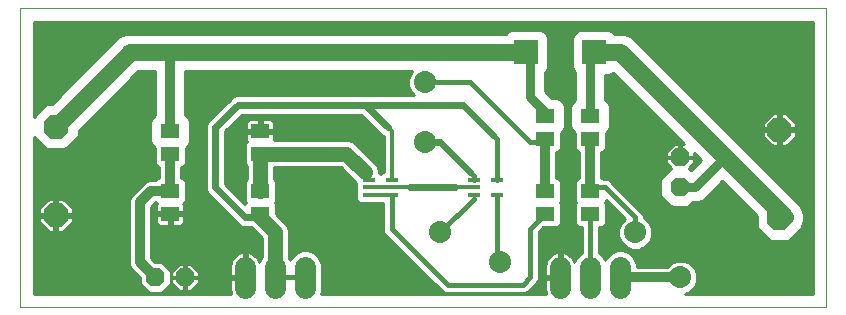
<source format=gtl>
G75*
G70*
%OFA0B0*%
%FSLAX24Y24*%
%IPPOS*%
%LPD*%
%AMOC8*
5,1,8,0,0,1.08239X$1,22.5*
%
%ADD10C,0.0000*%
%ADD11R,0.0787X0.0827*%
%ADD12C,0.0700*%
%ADD13R,0.0630X0.0512*%
%ADD14OC8,0.0630*%
%ADD15R,0.0440X0.0140*%
%ADD16OC8,0.0812*%
%ADD17C,0.0320*%
%ADD18C,0.0733*%
%ADD19C,0.0160*%
%ADD20C,0.0560*%
%ADD21C,0.0300*%
%ADD22C,0.0100*%
%ADD23C,0.0240*%
%ADD24C,0.0500*%
%ADD25C,0.0120*%
%ADD26C,0.0150*%
D10*
X000180Y000367D02*
X000180Y010363D01*
X027050Y010363D01*
X027050Y000367D01*
X000180Y000367D01*
D11*
X017040Y008867D03*
X019320Y008867D03*
D12*
X019180Y001717D02*
X019180Y001017D01*
X018180Y001017D02*
X018180Y001717D01*
X020180Y001717D02*
X020180Y001017D01*
X009680Y001017D02*
X009680Y001717D01*
X008680Y001717D02*
X008680Y001017D01*
X007680Y001017D02*
X007680Y001717D01*
D13*
X008180Y003493D03*
X008180Y004241D03*
X005180Y004241D03*
X005180Y003493D03*
X005180Y005493D03*
X005180Y006241D03*
X008180Y006241D03*
X008180Y005493D03*
X017680Y005993D03*
X019180Y005993D03*
X019180Y006741D03*
X017680Y006741D03*
X017680Y004241D03*
X019180Y004241D03*
X019180Y003493D03*
X017680Y003493D03*
D14*
X022180Y004367D03*
X022180Y005367D03*
X005680Y001367D03*
X004680Y001367D03*
D15*
X011800Y004107D03*
X011800Y004367D03*
X011800Y004627D03*
X012560Y004627D03*
X012560Y004107D03*
X015300Y004107D03*
X015300Y004367D03*
X015300Y004627D03*
X016060Y004627D03*
X016060Y004107D03*
D16*
X025491Y003343D03*
X025491Y006296D03*
X001369Y006390D03*
X001369Y003438D03*
D17*
X004180Y003867D02*
X004180Y001867D01*
X004680Y001367D01*
X004180Y003867D02*
X004554Y004241D01*
X005180Y004241D01*
X005180Y005493D01*
X005180Y006241D02*
X005180Y008867D01*
X017680Y005993D02*
X017680Y004241D01*
X019180Y004241D02*
X019180Y005993D01*
X020180Y001367D02*
X022180Y001367D01*
D18*
X022180Y001367D03*
X020680Y002867D03*
X016180Y001867D03*
X014180Y002867D03*
X013680Y005867D03*
X009180Y006367D03*
X013680Y007867D03*
D19*
X015180Y007867D01*
X017180Y005867D01*
X017554Y005867D01*
X017680Y005993D01*
X016060Y005987D02*
X015930Y006117D01*
X016060Y005987D02*
X016060Y004627D01*
X015300Y004627D02*
X015300Y004747D01*
X015180Y004867D01*
X016060Y004107D02*
X016060Y001987D01*
X016180Y001867D01*
X016930Y001117D02*
X017180Y001367D01*
X017180Y002993D01*
X017680Y003493D01*
X019180Y003493D02*
X019180Y001367D01*
X016930Y001117D02*
X014430Y001117D01*
X012560Y002987D01*
X012560Y004107D01*
X014180Y002867D02*
X015300Y003987D01*
X019180Y004241D02*
X019306Y004367D01*
X019680Y004367D01*
X020680Y003367D01*
X020680Y002867D01*
X009180Y006241D02*
X009180Y006367D01*
X009180Y006241D02*
X008180Y006241D01*
D20*
X005180Y008867D02*
X003845Y008867D01*
X001369Y006390D01*
X005180Y008867D02*
X017040Y008867D01*
X019320Y008867D02*
X020180Y008867D01*
X023680Y005367D01*
X025680Y003367D01*
X025515Y003367D01*
X025491Y003343D01*
D21*
X023680Y005367D02*
X022680Y004367D01*
X022180Y004367D01*
X019180Y006741D02*
X019180Y008867D01*
X019320Y008867D01*
X017180Y008867D02*
X017040Y008867D01*
X017180Y008867D02*
X017180Y007367D01*
X017680Y006867D01*
X017680Y006741D01*
D22*
X018345Y006769D02*
X018515Y006769D01*
X018515Y006671D02*
X018345Y006671D01*
X018345Y006572D02*
X018515Y006572D01*
X018515Y006474D02*
X018345Y006474D01*
X018345Y006415D02*
X018345Y007066D01*
X018292Y007195D01*
X018193Y007293D01*
X018065Y007347D01*
X017907Y007347D01*
X017680Y007574D01*
X017680Y008205D01*
X017730Y008255D01*
X017784Y008384D01*
X017784Y009350D01*
X017730Y009478D01*
X017632Y009577D01*
X017503Y009630D01*
X016577Y009630D01*
X016448Y009577D01*
X016368Y009497D01*
X003720Y009497D01*
X003488Y009401D01*
X001234Y007146D01*
X001056Y007146D01*
X000630Y006720D01*
X000630Y009867D01*
X026600Y009867D01*
X026600Y000817D01*
X022333Y000817D01*
X022501Y000886D01*
X022660Y001046D01*
X022747Y001254D01*
X022747Y001479D01*
X022660Y001688D01*
X022501Y001847D01*
X022293Y001933D01*
X022067Y001933D01*
X021859Y001847D01*
X021739Y001727D01*
X020730Y001727D01*
X020730Y001826D01*
X020646Y002028D01*
X020492Y002183D01*
X020289Y002267D01*
X020071Y002267D01*
X019868Y002183D01*
X019714Y002028D01*
X019680Y001947D01*
X019646Y002028D01*
X019492Y002183D01*
X019460Y002196D01*
X019460Y003037D01*
X019578Y003037D01*
X019695Y003154D01*
X019695Y003831D01*
X019660Y003867D01*
X019695Y003902D01*
X019695Y003956D01*
X020331Y003319D01*
X020200Y003188D01*
X020113Y002979D01*
X020113Y002754D01*
X020200Y002546D01*
X020359Y002386D01*
X020567Y002300D01*
X020793Y002300D01*
X021001Y002386D01*
X021160Y002546D01*
X021247Y002754D01*
X021247Y002979D01*
X021160Y003188D01*
X021001Y003347D01*
X020960Y003364D01*
X020960Y003422D01*
X020917Y003525D01*
X019917Y004525D01*
X019839Y004604D01*
X019736Y004647D01*
X019628Y004647D01*
X019578Y004697D01*
X019540Y004697D01*
X019540Y005537D01*
X019578Y005537D01*
X019695Y005654D01*
X019695Y006190D01*
X019792Y006287D01*
X019845Y006415D01*
X019845Y007066D01*
X019792Y007195D01*
X019693Y007293D01*
X019680Y007299D01*
X019680Y008103D01*
X019783Y008103D01*
X019912Y008157D01*
X019956Y008200D01*
X022324Y005832D01*
X022210Y005832D01*
X022210Y005397D01*
X022150Y005397D01*
X022150Y005832D01*
X021987Y005832D01*
X021715Y005559D01*
X021715Y005397D01*
X022150Y005397D01*
X022150Y005337D01*
X021715Y005337D01*
X021715Y005174D01*
X021881Y005008D01*
X021515Y004642D01*
X021515Y004091D01*
X021905Y003702D01*
X022455Y003702D01*
X022620Y003867D01*
X022779Y003867D01*
X022963Y003943D01*
X023104Y004083D01*
X023588Y004568D01*
X024735Y003421D01*
X024735Y003030D01*
X025178Y002587D01*
X025804Y002587D01*
X026247Y003030D01*
X026247Y003089D01*
X026310Y003241D01*
X026310Y003492D01*
X026247Y003644D01*
X026247Y003656D01*
X026239Y003665D01*
X026214Y003724D01*
X026037Y003901D01*
X024037Y005901D01*
X020537Y009401D01*
X020305Y009497D01*
X019992Y009497D01*
X019912Y009577D01*
X019783Y009630D01*
X018857Y009630D01*
X018728Y009577D01*
X018630Y009478D01*
X018576Y009350D01*
X018576Y008384D01*
X018630Y008255D01*
X018680Y008205D01*
X018680Y007299D01*
X018667Y007293D01*
X018568Y007195D01*
X018515Y007066D01*
X018515Y006415D01*
X018568Y006287D01*
X018665Y006190D01*
X018665Y005654D01*
X018782Y005537D01*
X018820Y005537D01*
X018820Y004697D01*
X018782Y004697D01*
X018665Y004579D01*
X018665Y003902D01*
X018700Y003867D01*
X018665Y003831D01*
X018665Y003154D01*
X018782Y003037D01*
X018900Y003037D01*
X018900Y002196D01*
X018868Y002183D01*
X018714Y002028D01*
X018653Y001880D01*
X018643Y001909D01*
X018608Y001979D01*
X018561Y002042D01*
X018506Y002098D01*
X018442Y002144D01*
X018372Y002180D01*
X018297Y002204D01*
X018230Y002215D01*
X018230Y001417D01*
X018130Y001417D01*
X018130Y002215D01*
X018063Y002204D01*
X017988Y002180D01*
X017918Y002144D01*
X017854Y002098D01*
X017799Y002042D01*
X017752Y001979D01*
X017717Y001909D01*
X017692Y001834D01*
X017680Y001756D01*
X017680Y001417D01*
X018130Y001417D01*
X018130Y001317D01*
X017680Y001317D01*
X017680Y000977D01*
X017692Y000900D01*
X017717Y000825D01*
X017721Y000817D01*
X010192Y000817D01*
X010230Y000907D01*
X010230Y001826D01*
X010146Y002028D01*
X009992Y002183D01*
X009789Y002267D01*
X009571Y002267D01*
X009368Y002183D01*
X009214Y002028D01*
X009180Y001947D01*
X009146Y002028D01*
X009130Y002044D01*
X009130Y002956D01*
X009061Y003122D01*
X008935Y003248D01*
X008695Y003488D01*
X008695Y003831D01*
X008660Y003867D01*
X008695Y003902D01*
X008695Y004579D01*
X008630Y004644D01*
X008630Y005043D01*
X010868Y005043D01*
X011380Y004530D01*
X011380Y003954D01*
X011497Y003837D01*
X012103Y003837D01*
X012113Y003847D01*
X012247Y003847D01*
X012257Y003837D01*
X012280Y003837D01*
X012280Y002931D01*
X012323Y002828D01*
X014193Y000958D01*
X010230Y000958D01*
X010230Y001056D02*
X014095Y001056D01*
X014193Y000958D02*
X014271Y000879D01*
X014374Y000837D01*
X016986Y000837D01*
X017089Y000879D01*
X017339Y001129D01*
X017417Y001208D01*
X017460Y001311D01*
X017460Y002877D01*
X017620Y003037D01*
X018078Y003037D01*
X018195Y003154D01*
X018195Y003831D01*
X018160Y003867D01*
X018195Y003902D01*
X018195Y004579D01*
X018078Y004697D01*
X018040Y004697D01*
X018040Y005537D01*
X018078Y005537D01*
X018195Y005654D01*
X018195Y006190D01*
X018292Y006287D01*
X018345Y006415D01*
X018328Y006375D02*
X018532Y006375D01*
X018578Y006277D02*
X018282Y006277D01*
X018195Y006178D02*
X018665Y006178D01*
X018665Y006080D02*
X018195Y006080D01*
X018195Y005981D02*
X018665Y005981D01*
X018665Y005883D02*
X018195Y005883D01*
X018195Y005784D02*
X018665Y005784D01*
X018665Y005686D02*
X018195Y005686D01*
X018128Y005587D02*
X018732Y005587D01*
X018820Y005489D02*
X018040Y005489D01*
X018040Y005390D02*
X018820Y005390D01*
X018820Y005292D02*
X018040Y005292D01*
X018040Y005193D02*
X018820Y005193D01*
X018820Y005095D02*
X018040Y005095D01*
X018040Y004996D02*
X018820Y004996D01*
X018820Y004898D02*
X018040Y004898D01*
X018040Y004799D02*
X018820Y004799D01*
X018820Y004701D02*
X018040Y004701D01*
X018172Y004602D02*
X018688Y004602D01*
X018665Y004504D02*
X018195Y004504D01*
X018195Y004405D02*
X018665Y004405D01*
X018665Y004307D02*
X018195Y004307D01*
X018195Y004208D02*
X018665Y004208D01*
X018665Y004110D02*
X018195Y004110D01*
X018195Y004011D02*
X018665Y004011D01*
X018665Y003913D02*
X018195Y003913D01*
X018195Y003814D02*
X018665Y003814D01*
X018665Y003716D02*
X018195Y003716D01*
X018195Y003617D02*
X018665Y003617D01*
X018665Y003519D02*
X018195Y003519D01*
X018195Y003420D02*
X018665Y003420D01*
X018665Y003322D02*
X018195Y003322D01*
X018195Y003223D02*
X018665Y003223D01*
X018694Y003125D02*
X018166Y003125D01*
X017610Y003026D02*
X018900Y003026D01*
X018900Y002928D02*
X017511Y002928D01*
X017460Y002829D02*
X018900Y002829D01*
X018900Y002731D02*
X017460Y002731D01*
X017460Y002632D02*
X018900Y002632D01*
X018900Y002534D02*
X017460Y002534D01*
X017460Y002435D02*
X018900Y002435D01*
X018900Y002337D02*
X017460Y002337D01*
X017460Y002238D02*
X018900Y002238D01*
X018825Y002140D02*
X018448Y002140D01*
X018562Y002041D02*
X018727Y002041D01*
X018678Y001943D02*
X018626Y001943D01*
X018230Y001943D02*
X018130Y001943D01*
X018130Y002041D02*
X018230Y002041D01*
X018230Y002140D02*
X018130Y002140D01*
X017912Y002140D02*
X017460Y002140D01*
X017460Y002041D02*
X017798Y002041D01*
X017734Y001943D02*
X017460Y001943D01*
X017460Y001844D02*
X017696Y001844D01*
X017680Y001746D02*
X017460Y001746D01*
X017460Y001647D02*
X017680Y001647D01*
X017680Y001549D02*
X017460Y001549D01*
X017460Y001450D02*
X017680Y001450D01*
X017460Y001352D02*
X018130Y001352D01*
X018130Y001450D02*
X018230Y001450D01*
X018230Y001549D02*
X018130Y001549D01*
X018130Y001647D02*
X018230Y001647D01*
X018230Y001746D02*
X018130Y001746D01*
X018130Y001844D02*
X018230Y001844D01*
X019460Y002238D02*
X020002Y002238D01*
X019825Y002140D02*
X019535Y002140D01*
X019633Y002041D02*
X019727Y002041D01*
X020358Y002238D02*
X026600Y002238D01*
X026600Y002140D02*
X020535Y002140D01*
X020633Y002041D02*
X026600Y002041D01*
X026600Y001943D02*
X020682Y001943D01*
X020723Y001844D02*
X021856Y001844D01*
X021758Y001746D02*
X020730Y001746D01*
X020881Y002337D02*
X026600Y002337D01*
X026600Y002435D02*
X021050Y002435D01*
X021148Y002534D02*
X026600Y002534D01*
X026600Y002632D02*
X025849Y002632D01*
X025948Y002731D02*
X026600Y002731D01*
X026600Y002829D02*
X026046Y002829D01*
X026145Y002928D02*
X026600Y002928D01*
X026600Y003026D02*
X026243Y003026D01*
X026262Y003125D02*
X026600Y003125D01*
X026600Y003223D02*
X026302Y003223D01*
X026310Y003322D02*
X026600Y003322D01*
X026600Y003420D02*
X026310Y003420D01*
X026299Y003519D02*
X026600Y003519D01*
X026600Y003617D02*
X026258Y003617D01*
X026217Y003716D02*
X026600Y003716D01*
X026600Y003814D02*
X026123Y003814D01*
X026025Y003913D02*
X026600Y003913D01*
X026600Y004011D02*
X025926Y004011D01*
X025828Y004110D02*
X026600Y004110D01*
X026600Y004208D02*
X025729Y004208D01*
X025631Y004307D02*
X026600Y004307D01*
X026600Y004405D02*
X025532Y004405D01*
X025434Y004504D02*
X026600Y004504D01*
X026600Y004602D02*
X025335Y004602D01*
X025237Y004701D02*
X026600Y004701D01*
X026600Y004799D02*
X025138Y004799D01*
X025040Y004898D02*
X026600Y004898D01*
X026600Y004996D02*
X024941Y004996D01*
X024843Y005095D02*
X026600Y005095D01*
X026600Y005193D02*
X024744Y005193D01*
X024646Y005292D02*
X026600Y005292D01*
X026600Y005390D02*
X024547Y005390D01*
X024449Y005489D02*
X026600Y005489D01*
X026600Y005587D02*
X024350Y005587D01*
X024252Y005686D02*
X026600Y005686D01*
X026600Y005784D02*
X025766Y005784D01*
X025721Y005740D02*
X026047Y006066D01*
X026047Y006246D01*
X025541Y006246D01*
X025541Y006346D01*
X025441Y006346D01*
X025441Y006852D01*
X025261Y006852D01*
X024935Y006526D01*
X024935Y006346D01*
X025441Y006346D01*
X025441Y006246D01*
X024935Y006246D01*
X024935Y006066D01*
X025261Y005740D01*
X025441Y005740D01*
X025441Y006246D01*
X025541Y006246D01*
X025541Y005740D01*
X025721Y005740D01*
X025541Y005784D02*
X025441Y005784D01*
X025441Y005883D02*
X025541Y005883D01*
X025541Y005981D02*
X025441Y005981D01*
X025441Y006080D02*
X025541Y006080D01*
X025541Y006178D02*
X025441Y006178D01*
X025441Y006277D02*
X023661Y006277D01*
X023562Y006375D02*
X024935Y006375D01*
X024935Y006474D02*
X023464Y006474D01*
X023365Y006572D02*
X024981Y006572D01*
X025080Y006671D02*
X023267Y006671D01*
X023168Y006769D02*
X025178Y006769D01*
X025441Y006769D02*
X025541Y006769D01*
X025541Y006852D02*
X025541Y006346D01*
X026047Y006346D01*
X026047Y006526D01*
X025721Y006852D01*
X025541Y006852D01*
X025804Y006769D02*
X026600Y006769D01*
X026600Y006671D02*
X025902Y006671D01*
X026001Y006572D02*
X026600Y006572D01*
X026600Y006474D02*
X026047Y006474D01*
X026047Y006375D02*
X026600Y006375D01*
X026600Y006277D02*
X025541Y006277D01*
X025541Y006375D02*
X025441Y006375D01*
X025441Y006474D02*
X025541Y006474D01*
X025541Y006572D02*
X025441Y006572D01*
X025441Y006671D02*
X025541Y006671D01*
X026600Y006868D02*
X023070Y006868D01*
X022971Y006966D02*
X026600Y006966D01*
X026600Y007065D02*
X022873Y007065D01*
X022774Y007163D02*
X026600Y007163D01*
X026600Y007262D02*
X022676Y007262D01*
X022577Y007360D02*
X026600Y007360D01*
X026600Y007459D02*
X022479Y007459D01*
X022380Y007557D02*
X026600Y007557D01*
X026600Y007656D02*
X022282Y007656D01*
X022183Y007754D02*
X026600Y007754D01*
X026600Y007853D02*
X022085Y007853D01*
X021986Y007951D02*
X026600Y007951D01*
X026600Y008050D02*
X021888Y008050D01*
X021789Y008148D02*
X026600Y008148D01*
X026600Y008247D02*
X021691Y008247D01*
X021592Y008345D02*
X026600Y008345D01*
X026600Y008444D02*
X021494Y008444D01*
X021395Y008542D02*
X026600Y008542D01*
X026600Y008641D02*
X021297Y008641D01*
X021198Y008739D02*
X026600Y008739D01*
X026600Y008838D02*
X021100Y008838D01*
X021001Y008936D02*
X026600Y008936D01*
X026600Y009035D02*
X020903Y009035D01*
X020804Y009133D02*
X026600Y009133D01*
X026600Y009232D02*
X020706Y009232D01*
X020607Y009330D02*
X026600Y009330D01*
X026600Y009429D02*
X020469Y009429D01*
X019962Y009527D02*
X026600Y009527D01*
X026600Y009626D02*
X019794Y009626D01*
X018846Y009626D02*
X017514Y009626D01*
X017681Y009527D02*
X018679Y009527D01*
X018609Y009429D02*
X017751Y009429D01*
X017784Y009330D02*
X018576Y009330D01*
X018576Y009232D02*
X017784Y009232D01*
X017784Y009133D02*
X018576Y009133D01*
X018576Y009035D02*
X017784Y009035D01*
X017784Y008936D02*
X018576Y008936D01*
X018576Y008838D02*
X017784Y008838D01*
X017784Y008739D02*
X018576Y008739D01*
X018576Y008641D02*
X017784Y008641D01*
X017784Y008542D02*
X018576Y008542D01*
X018576Y008444D02*
X017784Y008444D01*
X017768Y008345D02*
X018592Y008345D01*
X018638Y008247D02*
X017722Y008247D01*
X017680Y008148D02*
X018680Y008148D01*
X018680Y008050D02*
X017680Y008050D01*
X017680Y007951D02*
X018680Y007951D01*
X018680Y007853D02*
X017680Y007853D01*
X017680Y007754D02*
X018680Y007754D01*
X018680Y007656D02*
X017680Y007656D01*
X017697Y007557D02*
X018680Y007557D01*
X018680Y007459D02*
X017795Y007459D01*
X017894Y007360D02*
X018680Y007360D01*
X018635Y007262D02*
X018225Y007262D01*
X018305Y007163D02*
X018555Y007163D01*
X018515Y007065D02*
X018345Y007065D01*
X018345Y006966D02*
X018515Y006966D01*
X018515Y006868D02*
X018345Y006868D01*
X019680Y007360D02*
X020796Y007360D01*
X020894Y007262D02*
X019725Y007262D01*
X019805Y007163D02*
X020993Y007163D01*
X021091Y007065D02*
X019845Y007065D01*
X019845Y006966D02*
X021190Y006966D01*
X021288Y006868D02*
X019845Y006868D01*
X019845Y006769D02*
X021387Y006769D01*
X021485Y006671D02*
X019845Y006671D01*
X019845Y006572D02*
X021584Y006572D01*
X021682Y006474D02*
X019845Y006474D01*
X019828Y006375D02*
X021781Y006375D01*
X021879Y006277D02*
X019782Y006277D01*
X019695Y006178D02*
X021978Y006178D01*
X022076Y006080D02*
X019695Y006080D01*
X019695Y005981D02*
X022175Y005981D01*
X022273Y005883D02*
X019695Y005883D01*
X019695Y005784D02*
X021940Y005784D01*
X021841Y005686D02*
X019695Y005686D01*
X019628Y005587D02*
X021743Y005587D01*
X021715Y005489D02*
X019540Y005489D01*
X019540Y005390D02*
X022150Y005390D01*
X022210Y005390D02*
X022766Y005390D01*
X022645Y005397D02*
X022645Y005511D01*
X022881Y005275D01*
X022547Y004940D01*
X022479Y005008D01*
X022645Y005174D01*
X022645Y005337D01*
X022210Y005337D01*
X022210Y005397D01*
X022645Y005397D01*
X022645Y005489D02*
X022667Y005489D01*
X022645Y005292D02*
X022864Y005292D01*
X022799Y005193D02*
X022645Y005193D01*
X022701Y005095D02*
X022566Y005095D01*
X022602Y004996D02*
X022491Y004996D01*
X021869Y004996D02*
X019540Y004996D01*
X019540Y004898D02*
X021771Y004898D01*
X021672Y004799D02*
X019540Y004799D01*
X019540Y004701D02*
X021574Y004701D01*
X021515Y004602D02*
X019840Y004602D01*
X019939Y004504D02*
X021515Y004504D01*
X021515Y004405D02*
X020037Y004405D01*
X020136Y004307D02*
X021515Y004307D01*
X021515Y004208D02*
X020234Y004208D01*
X020333Y004110D02*
X021515Y004110D01*
X021595Y004011D02*
X020431Y004011D01*
X020530Y003913D02*
X021694Y003913D01*
X021792Y003814D02*
X020628Y003814D01*
X020727Y003716D02*
X021891Y003716D01*
X022469Y003716D02*
X024440Y003716D01*
X024342Y003814D02*
X022568Y003814D01*
X022891Y003913D02*
X024243Y003913D01*
X024145Y004011D02*
X023032Y004011D01*
X023130Y004110D02*
X024046Y004110D01*
X023948Y004208D02*
X023229Y004208D01*
X023327Y004307D02*
X023849Y004307D01*
X023751Y004405D02*
X023426Y004405D01*
X023524Y004504D02*
X023652Y004504D01*
X021794Y005095D02*
X019540Y005095D01*
X019540Y005193D02*
X021715Y005193D01*
X021715Y005292D02*
X019540Y005292D01*
X022150Y005489D02*
X022210Y005489D01*
X022210Y005587D02*
X022150Y005587D01*
X022150Y005686D02*
X022210Y005686D01*
X022210Y005784D02*
X022150Y005784D01*
X023759Y006178D02*
X024935Y006178D01*
X024935Y006080D02*
X023858Y006080D01*
X023956Y005981D02*
X025019Y005981D01*
X025118Y005883D02*
X024055Y005883D01*
X024153Y005784D02*
X025216Y005784D01*
X025864Y005883D02*
X026600Y005883D01*
X026600Y005981D02*
X025963Y005981D01*
X026047Y006080D02*
X026600Y006080D01*
X026600Y006178D02*
X026047Y006178D01*
X020697Y007459D02*
X019680Y007459D01*
X019680Y007557D02*
X020599Y007557D01*
X020500Y007656D02*
X019680Y007656D01*
X019680Y007754D02*
X020402Y007754D01*
X020303Y007853D02*
X019680Y007853D01*
X019680Y007951D02*
X020205Y007951D01*
X020106Y008050D02*
X019680Y008050D01*
X019892Y008148D02*
X020008Y008148D01*
X016566Y009626D02*
X000630Y009626D01*
X000630Y009724D02*
X026600Y009724D01*
X026600Y009823D02*
X000630Y009823D01*
X000630Y009527D02*
X016398Y009527D01*
X013249Y008237D02*
X013200Y008188D01*
X013113Y007979D01*
X013113Y007754D01*
X013200Y007546D01*
X013309Y007437D01*
X007366Y007437D01*
X007249Y007388D01*
X007159Y007298D01*
X006499Y006638D01*
X006499Y006638D01*
X006409Y006548D01*
X006360Y006430D01*
X006360Y004303D01*
X006409Y004185D01*
X007409Y003185D01*
X007499Y003095D01*
X007616Y003047D01*
X007772Y003047D01*
X007782Y003037D01*
X007874Y003037D01*
X008230Y002680D01*
X008230Y002044D01*
X008214Y002028D01*
X008153Y001880D01*
X008143Y001909D01*
X008108Y001979D01*
X008061Y002042D01*
X008006Y002098D01*
X007942Y002144D01*
X007872Y002180D01*
X007797Y002204D01*
X007730Y002215D01*
X007730Y001417D01*
X007630Y001417D01*
X007630Y002215D01*
X007563Y002204D01*
X007488Y002180D01*
X007418Y002144D01*
X007354Y002098D01*
X007299Y002042D01*
X007252Y001979D01*
X007217Y001909D01*
X007192Y001834D01*
X007180Y001756D01*
X007180Y001417D01*
X007630Y001417D01*
X007630Y001317D01*
X007180Y001317D01*
X007180Y000977D01*
X007192Y000900D01*
X007217Y000825D01*
X007221Y000817D01*
X000630Y000817D01*
X000630Y006060D01*
X001056Y005634D01*
X001682Y005634D01*
X002125Y006077D01*
X002125Y006255D01*
X004106Y008237D01*
X004670Y008237D01*
X004670Y006795D01*
X004667Y006793D01*
X004568Y006695D01*
X004515Y006566D01*
X004515Y005915D01*
X004568Y005787D01*
X004665Y005690D01*
X004665Y005154D01*
X004782Y005037D01*
X004820Y005037D01*
X004820Y004697D01*
X004782Y004697D01*
X004686Y004601D01*
X004482Y004601D01*
X004350Y004546D01*
X003976Y004172D01*
X003875Y004071D01*
X003820Y003938D01*
X003820Y001795D01*
X003875Y001663D01*
X004165Y001373D01*
X004165Y001153D01*
X004467Y000852D01*
X004893Y000852D01*
X005195Y001153D01*
X005195Y001580D01*
X004893Y001882D01*
X004674Y001882D01*
X004540Y002016D01*
X004540Y003718D01*
X004695Y003872D01*
X004738Y003829D01*
X004725Y003806D01*
X004715Y003768D01*
X004715Y003543D01*
X005130Y003543D01*
X005130Y003443D01*
X004715Y003443D01*
X004715Y003217D01*
X004725Y003179D01*
X004745Y003145D01*
X004773Y003117D01*
X004807Y003097D01*
X004845Y003087D01*
X005130Y003087D01*
X005130Y003443D01*
X005230Y003443D01*
X005230Y003543D01*
X005645Y003543D01*
X005645Y003768D01*
X005635Y003806D01*
X005622Y003829D01*
X005695Y003902D01*
X005695Y004579D01*
X005578Y004697D01*
X005540Y004697D01*
X005540Y005037D01*
X005578Y005037D01*
X005695Y005154D01*
X005695Y005690D01*
X005792Y005787D01*
X005845Y005915D01*
X005845Y006566D01*
X005792Y006695D01*
X005693Y006793D01*
X005690Y006795D01*
X005690Y008237D01*
X013249Y008237D01*
X013183Y008148D02*
X005690Y008148D01*
X005690Y008050D02*
X013143Y008050D01*
X013113Y007951D02*
X005690Y007951D01*
X005690Y007853D02*
X013113Y007853D01*
X013113Y007754D02*
X005690Y007754D01*
X005690Y007656D02*
X013154Y007656D01*
X013195Y007557D02*
X005690Y007557D01*
X005690Y007459D02*
X013287Y007459D01*
X012249Y006095D02*
X011547Y006797D01*
X007563Y006797D01*
X007000Y006234D01*
X007000Y004499D01*
X007666Y003833D01*
X007700Y003867D01*
X007665Y003902D01*
X007665Y004579D01*
X007730Y004644D01*
X007730Y005089D01*
X007665Y005154D01*
X007665Y005831D01*
X007738Y005905D01*
X007725Y005927D01*
X007715Y005965D01*
X007715Y006191D01*
X008130Y006191D01*
X008130Y006291D01*
X008130Y006647D01*
X007845Y006647D01*
X007807Y006636D01*
X007773Y006617D01*
X007745Y006589D01*
X007725Y006554D01*
X007715Y006516D01*
X007715Y006291D01*
X008130Y006291D01*
X008230Y006291D01*
X008230Y006647D01*
X008515Y006647D01*
X008553Y006636D01*
X008587Y006617D01*
X008615Y006589D01*
X008635Y006554D01*
X008645Y006516D01*
X008645Y006291D01*
X008230Y006291D01*
X008230Y006191D01*
X008645Y006191D01*
X008645Y005965D01*
X008639Y005943D01*
X011144Y005943D01*
X011309Y005874D01*
X012061Y005122D01*
X012130Y004956D01*
X012130Y004870D01*
X012180Y004820D01*
X012257Y004897D01*
X012300Y004897D01*
X012300Y006074D01*
X012249Y006095D01*
X012287Y006080D02*
X008645Y006080D01*
X008645Y006178D02*
X012166Y006178D01*
X012067Y006277D02*
X008230Y006277D01*
X008230Y006375D02*
X008130Y006375D01*
X008130Y006277D02*
X007043Y006277D01*
X007000Y006178D02*
X007715Y006178D01*
X007715Y006080D02*
X007000Y006080D01*
X007000Y005981D02*
X007715Y005981D01*
X007716Y005883D02*
X007000Y005883D01*
X007000Y005784D02*
X007665Y005784D01*
X007665Y005686D02*
X007000Y005686D01*
X007000Y005587D02*
X007665Y005587D01*
X007665Y005489D02*
X007000Y005489D01*
X007000Y005390D02*
X007665Y005390D01*
X007665Y005292D02*
X007000Y005292D01*
X007000Y005193D02*
X007665Y005193D01*
X007724Y005095D02*
X007000Y005095D01*
X007000Y004996D02*
X007730Y004996D01*
X007730Y004898D02*
X007000Y004898D01*
X007000Y004799D02*
X007730Y004799D01*
X007730Y004701D02*
X007000Y004701D01*
X007000Y004602D02*
X007688Y004602D01*
X007665Y004504D02*
X007000Y004504D01*
X007094Y004405D02*
X007665Y004405D01*
X007665Y004307D02*
X007193Y004307D01*
X007291Y004208D02*
X007665Y004208D01*
X007665Y004110D02*
X007390Y004110D01*
X007488Y004011D02*
X007665Y004011D01*
X007665Y003913D02*
X007587Y003913D01*
X006878Y003716D02*
X005645Y003716D01*
X005645Y003617D02*
X006977Y003617D01*
X007075Y003519D02*
X005230Y003519D01*
X005230Y003443D02*
X005645Y003443D01*
X005645Y003217D01*
X005635Y003179D01*
X005615Y003145D01*
X005587Y003117D01*
X005553Y003097D01*
X005515Y003087D01*
X005230Y003087D01*
X005230Y003443D01*
X005230Y003420D02*
X005130Y003420D01*
X005130Y003322D02*
X005230Y003322D01*
X005230Y003223D02*
X005130Y003223D01*
X005130Y003125D02*
X005230Y003125D01*
X005595Y003125D02*
X007469Y003125D01*
X007371Y003223D02*
X005645Y003223D01*
X005645Y003322D02*
X007272Y003322D01*
X007174Y003420D02*
X005645Y003420D01*
X005130Y003519D02*
X004540Y003519D01*
X004540Y003617D02*
X004715Y003617D01*
X004715Y003716D02*
X004540Y003716D01*
X004637Y003814D02*
X004730Y003814D01*
X003914Y004110D02*
X000630Y004110D01*
X000630Y004208D02*
X004012Y004208D01*
X004111Y004307D02*
X000630Y004307D01*
X000630Y004405D02*
X004209Y004405D01*
X004308Y004504D02*
X000630Y004504D01*
X000630Y004602D02*
X004688Y004602D01*
X004820Y004701D02*
X000630Y004701D01*
X000630Y004799D02*
X004820Y004799D01*
X004820Y004898D02*
X000630Y004898D01*
X000630Y004996D02*
X004820Y004996D01*
X004724Y005095D02*
X000630Y005095D01*
X000630Y005193D02*
X004665Y005193D01*
X004665Y005292D02*
X000630Y005292D01*
X000630Y005390D02*
X004665Y005390D01*
X004665Y005489D02*
X000630Y005489D01*
X000630Y005587D02*
X004665Y005587D01*
X004665Y005686D02*
X001733Y005686D01*
X001832Y005784D02*
X004571Y005784D01*
X004528Y005883D02*
X001930Y005883D01*
X002029Y005981D02*
X004515Y005981D01*
X004515Y006080D02*
X002125Y006080D01*
X002125Y006178D02*
X004515Y006178D01*
X004515Y006277D02*
X002146Y006277D01*
X002245Y006375D02*
X004515Y006375D01*
X004515Y006474D02*
X002343Y006474D01*
X002442Y006572D02*
X004518Y006572D01*
X004558Y006671D02*
X002540Y006671D01*
X002639Y006769D02*
X004643Y006769D01*
X004670Y006868D02*
X002737Y006868D01*
X002836Y006966D02*
X004670Y006966D01*
X004670Y007065D02*
X002934Y007065D01*
X003033Y007163D02*
X004670Y007163D01*
X004670Y007262D02*
X003131Y007262D01*
X003230Y007360D02*
X004670Y007360D01*
X004670Y007459D02*
X003328Y007459D01*
X003427Y007557D02*
X004670Y007557D01*
X004670Y007656D02*
X003525Y007656D01*
X003624Y007754D02*
X004670Y007754D01*
X004670Y007853D02*
X003722Y007853D01*
X003821Y007951D02*
X004670Y007951D01*
X004670Y008050D02*
X003919Y008050D01*
X004018Y008148D02*
X004670Y008148D01*
X005690Y007360D02*
X007221Y007360D01*
X007159Y007298D02*
X007159Y007298D01*
X007122Y007262D02*
X005690Y007262D01*
X005690Y007163D02*
X007024Y007163D01*
X006925Y007065D02*
X005690Y007065D01*
X005690Y006966D02*
X006827Y006966D01*
X006728Y006868D02*
X005690Y006868D01*
X005717Y006769D02*
X006630Y006769D01*
X006531Y006671D02*
X005802Y006671D01*
X005842Y006572D02*
X006433Y006572D01*
X006378Y006474D02*
X005845Y006474D01*
X005845Y006375D02*
X006360Y006375D01*
X006360Y006277D02*
X005845Y006277D01*
X005845Y006178D02*
X006360Y006178D01*
X006360Y006080D02*
X005845Y006080D01*
X005845Y005981D02*
X006360Y005981D01*
X006360Y005883D02*
X005832Y005883D01*
X005789Y005784D02*
X006360Y005784D01*
X006360Y005686D02*
X005695Y005686D01*
X005695Y005587D02*
X006360Y005587D01*
X006360Y005489D02*
X005695Y005489D01*
X005695Y005390D02*
X006360Y005390D01*
X006360Y005292D02*
X005695Y005292D01*
X005695Y005193D02*
X006360Y005193D01*
X006360Y005095D02*
X005636Y005095D01*
X005540Y004996D02*
X006360Y004996D01*
X006360Y004898D02*
X005540Y004898D01*
X005540Y004799D02*
X006360Y004799D01*
X006360Y004701D02*
X005540Y004701D01*
X005672Y004602D02*
X006360Y004602D01*
X006360Y004504D02*
X005695Y004504D01*
X005695Y004405D02*
X006360Y004405D01*
X006360Y004307D02*
X005695Y004307D01*
X005695Y004208D02*
X006399Y004208D01*
X006484Y004110D02*
X005695Y004110D01*
X005695Y004011D02*
X006583Y004011D01*
X006681Y003913D02*
X005695Y003913D01*
X005630Y003814D02*
X006780Y003814D01*
X008672Y004602D02*
X011308Y004602D01*
X011380Y004504D02*
X008695Y004504D01*
X008695Y004405D02*
X011380Y004405D01*
X011380Y004307D02*
X008695Y004307D01*
X008695Y004208D02*
X011380Y004208D01*
X011380Y004110D02*
X008695Y004110D01*
X008695Y004011D02*
X011380Y004011D01*
X011421Y003913D02*
X008695Y003913D01*
X008695Y003814D02*
X012280Y003814D01*
X012280Y003716D02*
X008695Y003716D01*
X008695Y003617D02*
X012280Y003617D01*
X012280Y003519D02*
X008695Y003519D01*
X008763Y003420D02*
X012280Y003420D01*
X012280Y003322D02*
X008861Y003322D01*
X008960Y003223D02*
X012280Y003223D01*
X012280Y003125D02*
X009058Y003125D01*
X009101Y003026D02*
X012280Y003026D01*
X012281Y002928D02*
X009130Y002928D01*
X009130Y002829D02*
X012322Y002829D01*
X012420Y002731D02*
X009130Y002731D01*
X009130Y002632D02*
X012519Y002632D01*
X012617Y002534D02*
X009130Y002534D01*
X009130Y002435D02*
X012716Y002435D01*
X012814Y002337D02*
X009130Y002337D01*
X009130Y002238D02*
X009502Y002238D01*
X009325Y002140D02*
X009130Y002140D01*
X009133Y002041D02*
X009227Y002041D01*
X009858Y002238D02*
X012913Y002238D01*
X013011Y002140D02*
X010035Y002140D01*
X010133Y002041D02*
X013110Y002041D01*
X013208Y001943D02*
X010182Y001943D01*
X010223Y001844D02*
X013307Y001844D01*
X013405Y001746D02*
X010230Y001746D01*
X010230Y001647D02*
X013504Y001647D01*
X013602Y001549D02*
X010230Y001549D01*
X010230Y001450D02*
X013701Y001450D01*
X013799Y001352D02*
X010230Y001352D01*
X010230Y001253D02*
X013898Y001253D01*
X013996Y001155D02*
X010230Y001155D01*
X010210Y000859D02*
X014320Y000859D01*
X017040Y000859D02*
X017705Y000859D01*
X017683Y000958D02*
X017167Y000958D01*
X017265Y001056D02*
X017680Y001056D01*
X017680Y001155D02*
X017364Y001155D01*
X017436Y001253D02*
X017680Y001253D01*
X019460Y002337D02*
X020479Y002337D01*
X020310Y002435D02*
X019460Y002435D01*
X019460Y002534D02*
X020212Y002534D01*
X020164Y002632D02*
X019460Y002632D01*
X019460Y002731D02*
X020123Y002731D01*
X020113Y002829D02*
X019460Y002829D01*
X019460Y002928D02*
X020113Y002928D01*
X020133Y003026D02*
X019460Y003026D01*
X019666Y003125D02*
X020174Y003125D01*
X020235Y003223D02*
X019695Y003223D01*
X019695Y003322D02*
X020329Y003322D01*
X020231Y003420D02*
X019695Y003420D01*
X019695Y003519D02*
X020132Y003519D01*
X020034Y003617D02*
X019695Y003617D01*
X019695Y003716D02*
X019935Y003716D01*
X019837Y003814D02*
X019695Y003814D01*
X019695Y003913D02*
X019738Y003913D01*
X020825Y003617D02*
X024539Y003617D01*
X024637Y003519D02*
X020920Y003519D01*
X020960Y003420D02*
X024735Y003420D01*
X024735Y003322D02*
X021026Y003322D01*
X021125Y003223D02*
X024735Y003223D01*
X024735Y003125D02*
X021186Y003125D01*
X021227Y003026D02*
X024739Y003026D01*
X024837Y002928D02*
X021247Y002928D01*
X021247Y002829D02*
X024936Y002829D01*
X025034Y002731D02*
X021237Y002731D01*
X021196Y002632D02*
X025133Y002632D01*
X026600Y001844D02*
X022504Y001844D01*
X022602Y001746D02*
X026600Y001746D01*
X026600Y001647D02*
X022677Y001647D01*
X022718Y001549D02*
X026600Y001549D01*
X026600Y001450D02*
X022747Y001450D01*
X022747Y001352D02*
X026600Y001352D01*
X026600Y001253D02*
X022746Y001253D01*
X022705Y001155D02*
X026600Y001155D01*
X026600Y001056D02*
X022665Y001056D01*
X022572Y000958D02*
X026600Y000958D01*
X026600Y000859D02*
X022435Y000859D01*
X015300Y003987D02*
X015300Y004107D01*
X012300Y004898D02*
X012130Y004898D01*
X012113Y004996D02*
X012300Y004996D01*
X012300Y005095D02*
X012073Y005095D01*
X011990Y005193D02*
X012300Y005193D01*
X012300Y005292D02*
X011891Y005292D01*
X011793Y005390D02*
X012300Y005390D01*
X012300Y005489D02*
X011694Y005489D01*
X011596Y005587D02*
X012300Y005587D01*
X012300Y005686D02*
X011497Y005686D01*
X011399Y005784D02*
X012300Y005784D01*
X012300Y005883D02*
X011288Y005883D01*
X011969Y006375D02*
X008645Y006375D01*
X008645Y006474D02*
X011870Y006474D01*
X011772Y006572D02*
X008625Y006572D01*
X008230Y006572D02*
X008130Y006572D01*
X008130Y006474D02*
X008230Y006474D01*
X007735Y006572D02*
X007338Y006572D01*
X007240Y006474D02*
X007715Y006474D01*
X007715Y006375D02*
X007141Y006375D01*
X007437Y006671D02*
X011673Y006671D01*
X011575Y006769D02*
X007535Y006769D01*
X008645Y005981D02*
X012300Y005981D01*
X010914Y004996D02*
X008630Y004996D01*
X008630Y004898D02*
X011013Y004898D01*
X011111Y004799D02*
X008630Y004799D01*
X008630Y004701D02*
X011210Y004701D01*
X011680Y004747D02*
X011680Y004867D01*
X011680Y004747D02*
X011800Y004627D01*
X007884Y003026D02*
X004540Y003026D01*
X004540Y002928D02*
X007983Y002928D01*
X008081Y002829D02*
X004540Y002829D01*
X004540Y002731D02*
X008180Y002731D01*
X008230Y002632D02*
X004540Y002632D01*
X004540Y002534D02*
X008230Y002534D01*
X008230Y002435D02*
X004540Y002435D01*
X004540Y002337D02*
X008230Y002337D01*
X008230Y002238D02*
X004540Y002238D01*
X004540Y002140D02*
X007412Y002140D01*
X007298Y002041D02*
X004540Y002041D01*
X004613Y001943D02*
X007234Y001943D01*
X007196Y001844D02*
X004931Y001844D01*
X005029Y001746D02*
X005401Y001746D01*
X005487Y001832D02*
X005215Y001559D01*
X005215Y001397D01*
X005650Y001397D01*
X005650Y001832D01*
X005487Y001832D01*
X005650Y001746D02*
X005710Y001746D01*
X005710Y001832D02*
X005873Y001832D01*
X006145Y001559D01*
X006145Y001397D01*
X005710Y001397D01*
X005650Y001397D01*
X005650Y001337D01*
X005215Y001337D01*
X005215Y001174D01*
X005487Y000902D01*
X005650Y000902D01*
X005650Y001337D01*
X005710Y001337D01*
X005710Y001397D01*
X005710Y001832D01*
X005959Y001746D02*
X007180Y001746D01*
X007180Y001647D02*
X006057Y001647D01*
X006145Y001549D02*
X007180Y001549D01*
X007180Y001450D02*
X006145Y001450D01*
X006145Y001337D02*
X005710Y001337D01*
X005710Y000902D01*
X005873Y000902D01*
X006145Y001174D01*
X006145Y001337D01*
X006145Y001253D02*
X007180Y001253D01*
X007180Y001155D02*
X006126Y001155D01*
X006027Y001056D02*
X007180Y001056D01*
X007183Y000958D02*
X005929Y000958D01*
X005710Y000958D02*
X005650Y000958D01*
X005650Y001056D02*
X005710Y001056D01*
X005710Y001155D02*
X005650Y001155D01*
X005650Y001253D02*
X005710Y001253D01*
X005710Y001352D02*
X007630Y001352D01*
X007630Y001450D02*
X007730Y001450D01*
X007730Y001549D02*
X007630Y001549D01*
X007630Y001647D02*
X007730Y001647D01*
X007730Y001746D02*
X007630Y001746D01*
X007630Y001844D02*
X007730Y001844D01*
X007730Y001943D02*
X007630Y001943D01*
X007630Y002041D02*
X007730Y002041D01*
X007730Y002140D02*
X007630Y002140D01*
X007948Y002140D02*
X008230Y002140D01*
X008227Y002041D02*
X008062Y002041D01*
X008126Y001943D02*
X008178Y001943D01*
X005710Y001647D02*
X005650Y001647D01*
X005650Y001549D02*
X005710Y001549D01*
X005710Y001450D02*
X005650Y001450D01*
X005650Y001352D02*
X005195Y001352D01*
X005195Y001450D02*
X005215Y001450D01*
X005215Y001549D02*
X005195Y001549D01*
X005128Y001647D02*
X005303Y001647D01*
X005215Y001253D02*
X005195Y001253D01*
X005195Y001155D02*
X005234Y001155D01*
X005333Y001056D02*
X005098Y001056D01*
X004999Y000958D02*
X005431Y000958D01*
X004901Y000859D02*
X007205Y000859D01*
X004459Y000859D02*
X000630Y000859D01*
X000630Y000958D02*
X004361Y000958D01*
X004262Y001056D02*
X000630Y001056D01*
X000630Y001155D02*
X004165Y001155D01*
X004165Y001253D02*
X000630Y001253D01*
X000630Y001352D02*
X004165Y001352D01*
X004087Y001450D02*
X000630Y001450D01*
X000630Y001549D02*
X003989Y001549D01*
X003890Y001647D02*
X000630Y001647D01*
X000630Y001746D02*
X003840Y001746D01*
X003820Y001844D02*
X000630Y001844D01*
X000630Y001943D02*
X003820Y001943D01*
X003820Y002041D02*
X000630Y002041D01*
X000630Y002140D02*
X003820Y002140D01*
X003820Y002238D02*
X000630Y002238D01*
X000630Y002337D02*
X003820Y002337D01*
X003820Y002435D02*
X000630Y002435D01*
X000630Y002534D02*
X003820Y002534D01*
X003820Y002632D02*
X000630Y002632D01*
X000630Y002731D02*
X003820Y002731D01*
X003820Y002829D02*
X000630Y002829D01*
X000630Y002928D02*
X001093Y002928D01*
X001139Y002882D02*
X000813Y003207D01*
X000813Y003388D01*
X001319Y003388D01*
X001319Y003488D01*
X001319Y003993D01*
X001139Y003993D01*
X000813Y003668D01*
X000813Y003488D01*
X001319Y003488D01*
X001419Y003488D01*
X001419Y003993D01*
X001599Y003993D01*
X001925Y003668D01*
X001925Y003488D01*
X001419Y003488D01*
X001419Y003388D01*
X001925Y003388D01*
X001925Y003207D01*
X001599Y002882D01*
X001419Y002882D01*
X001419Y003388D01*
X001319Y003388D01*
X001319Y002882D01*
X001139Y002882D01*
X001319Y002928D02*
X001419Y002928D01*
X001419Y003026D02*
X001319Y003026D01*
X001319Y003125D02*
X001419Y003125D01*
X001419Y003223D02*
X001319Y003223D01*
X001319Y003322D02*
X001419Y003322D01*
X001419Y003420D02*
X003820Y003420D01*
X003820Y003322D02*
X001925Y003322D01*
X001925Y003223D02*
X003820Y003223D01*
X003820Y003125D02*
X001842Y003125D01*
X001744Y003026D02*
X003820Y003026D01*
X003820Y002928D02*
X001645Y002928D01*
X000994Y003026D02*
X000630Y003026D01*
X000630Y003125D02*
X000896Y003125D01*
X000813Y003223D02*
X000630Y003223D01*
X000630Y003322D02*
X000813Y003322D01*
X000630Y003420D02*
X001319Y003420D01*
X001319Y003519D02*
X001419Y003519D01*
X001419Y003617D02*
X001319Y003617D01*
X001319Y003716D02*
X001419Y003716D01*
X001419Y003814D02*
X001319Y003814D01*
X001319Y003913D02*
X001419Y003913D01*
X001680Y003913D02*
X003820Y003913D01*
X003820Y003814D02*
X001779Y003814D01*
X001877Y003716D02*
X003820Y003716D01*
X003820Y003617D02*
X001925Y003617D01*
X001925Y003519D02*
X003820Y003519D01*
X004540Y003420D02*
X004715Y003420D01*
X004715Y003322D02*
X004540Y003322D01*
X004540Y003223D02*
X004715Y003223D01*
X004765Y003125D02*
X004540Y003125D01*
X003850Y004011D02*
X000630Y004011D01*
X000630Y003913D02*
X001058Y003913D01*
X000959Y003814D02*
X000630Y003814D01*
X000630Y003716D02*
X000861Y003716D01*
X000813Y003617D02*
X000630Y003617D01*
X000630Y003519D02*
X000813Y003519D01*
X000630Y005686D02*
X001005Y005686D01*
X000906Y005784D02*
X000630Y005784D01*
X000630Y005883D02*
X000808Y005883D01*
X000709Y005981D02*
X000630Y005981D01*
X000630Y006769D02*
X000679Y006769D01*
X000630Y006868D02*
X000777Y006868D01*
X000876Y006966D02*
X000630Y006966D01*
X000630Y007065D02*
X000974Y007065D01*
X001251Y007163D02*
X000630Y007163D01*
X000630Y007262D02*
X001349Y007262D01*
X001448Y007360D02*
X000630Y007360D01*
X000630Y007459D02*
X001546Y007459D01*
X001645Y007557D02*
X000630Y007557D01*
X000630Y007656D02*
X001743Y007656D01*
X001842Y007754D02*
X000630Y007754D01*
X000630Y007853D02*
X001940Y007853D01*
X002039Y007951D02*
X000630Y007951D01*
X000630Y008050D02*
X002137Y008050D01*
X002236Y008148D02*
X000630Y008148D01*
X000630Y008247D02*
X002334Y008247D01*
X002433Y008345D02*
X000630Y008345D01*
X000630Y008444D02*
X002531Y008444D01*
X002630Y008542D02*
X000630Y008542D01*
X000630Y008641D02*
X002728Y008641D01*
X002827Y008739D02*
X000630Y008739D01*
X000630Y008838D02*
X002925Y008838D01*
X003024Y008936D02*
X000630Y008936D01*
X000630Y009035D02*
X003122Y009035D01*
X003221Y009133D02*
X000630Y009133D01*
X000630Y009232D02*
X003319Y009232D01*
X003418Y009330D02*
X000630Y009330D01*
X000630Y009429D02*
X003556Y009429D01*
D23*
X006680Y006367D02*
X007430Y007117D01*
X011680Y007117D01*
X014930Y007117D01*
X015930Y006117D01*
X015180Y004867D02*
X014180Y005867D01*
X013680Y005867D01*
X012430Y006367D02*
X011680Y007117D01*
X006680Y006367D02*
X006680Y004367D01*
X007680Y003367D01*
X008054Y003367D01*
X008180Y003493D01*
X013180Y004367D02*
X014680Y004367D01*
D24*
X011680Y004867D02*
X011054Y005493D01*
X008180Y005493D01*
X008180Y004241D01*
X008180Y003493D02*
X008180Y003367D01*
X008680Y002867D01*
X008680Y001367D01*
D25*
X011800Y004107D02*
X012560Y004107D01*
X013180Y004367D02*
X011800Y004367D01*
X012560Y004627D02*
X012560Y006237D01*
X012430Y006367D01*
X014680Y004367D02*
X015300Y004367D01*
D26*
X009680Y001367D02*
X008680Y001367D01*
M02*

</source>
